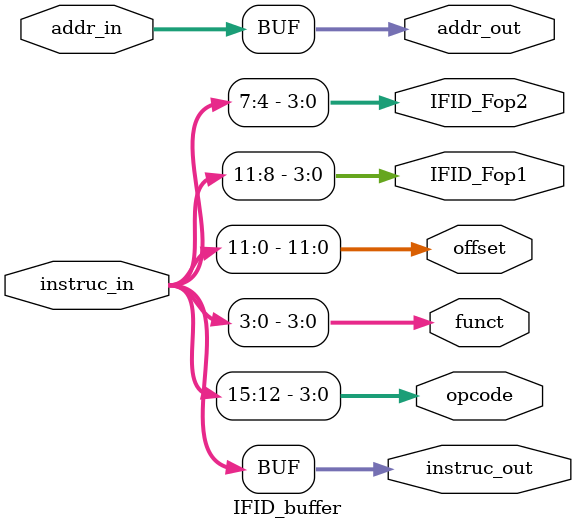
<source format=v>
module IFID_buffer(
input [15:0] instruc_in,
input [7:0] addr_in,

output reg [15:0] instruc_out,
output reg [3:0] opcode, funct,
output reg [7:0] addr_out,
output reg [11:0] offset,
output reg [3:0] IFID_Fop1, IFID_Fop2);

always@(*)
	begin
			instruc_out <= instruc_in;
			addr_out <= addr_in;
			funct <= instruc_in[3:0];
			opcode <= instruc_in[15:12];
			offset <= instruc_in[11:0];
			IFID_Fop1 <= instruc_in[11:8];
			IFID_Fop2 <= instruc_in[7:4];


	end
endmodule

</source>
